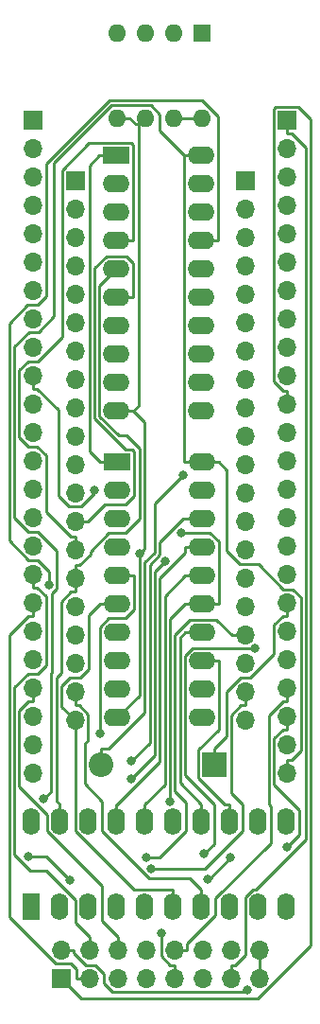
<source format=gbr>
%TF.GenerationSoftware,KiCad,Pcbnew,7.0.1*%
%TF.CreationDate,2023-05-30T14:25:23-07:00*%
%TF.ProjectId,tn_vdp_v1_slim,746e5f76-6470-45f7-9631-5f736c696d2e,rev?*%
%TF.SameCoordinates,Original*%
%TF.FileFunction,Copper,L1,Top*%
%TF.FilePolarity,Positive*%
%FSLAX46Y46*%
G04 Gerber Fmt 4.6, Leading zero omitted, Abs format (unit mm)*
G04 Created by KiCad (PCBNEW 7.0.1) date 2023-05-30 14:25:23*
%MOMM*%
%LPD*%
G01*
G04 APERTURE LIST*
%TA.AperFunction,ComponentPad*%
%ADD10R,2.400000X1.600000*%
%TD*%
%TA.AperFunction,ComponentPad*%
%ADD11O,2.400000X1.600000*%
%TD*%
%TA.AperFunction,ComponentPad*%
%ADD12R,2.200000X2.200000*%
%TD*%
%TA.AperFunction,ComponentPad*%
%ADD13O,2.200000X2.200000*%
%TD*%
%TA.AperFunction,ComponentPad*%
%ADD14R,1.600000X2.400000*%
%TD*%
%TA.AperFunction,ComponentPad*%
%ADD15O,1.600000X2.400000*%
%TD*%
%TA.AperFunction,ComponentPad*%
%ADD16R,1.700000X1.700000*%
%TD*%
%TA.AperFunction,ComponentPad*%
%ADD17O,1.700000X1.700000*%
%TD*%
%TA.AperFunction,ComponentPad*%
%ADD18R,1.600000X1.600000*%
%TD*%
%TA.AperFunction,ComponentPad*%
%ADD19O,1.600000X1.600000*%
%TD*%
%TA.AperFunction,ViaPad*%
%ADD20C,0.800000*%
%TD*%
%TA.AperFunction,Conductor*%
%ADD21C,0.250000*%
%TD*%
G04 APERTURE END LIST*
D10*
%TO.P,U3,1,DIR*%
%TO.N,VDD*%
X157388400Y-53395800D03*
D11*
%TO.P,U3,2,A0*%
%TO.N,~{RESET}*%
X157388400Y-55935800D03*
%TO.P,U3,3,A1*%
%TO.N,~{INT_3V3}*%
X157388400Y-58475800D03*
%TO.P,U3,4,A2*%
%TO.N,~{CSW}*%
X157388400Y-61015800D03*
%TO.P,U3,5,A3*%
%TO.N,~{CSR}*%
X157388400Y-63555800D03*
%TO.P,U3,6,A4*%
%TO.N,MODE*%
X157388400Y-66095800D03*
%TO.P,U3,7,A5*%
%TO.N,CPUCLK_3V3*%
X157388400Y-68635800D03*
%TO.P,U3,8,A6*%
%TO.N,GROMCLK_3V3*%
X157388400Y-71175800D03*
%TO.P,U3,9,A7*%
%TO.N,unconnected-(U3-A7-Pad9)*%
X157388400Y-73715800D03*
%TO.P,U3,10,GND*%
%TO.N,GND*%
X157388400Y-76255800D03*
%TO.P,U3,11,B7*%
%TO.N,unconnected-(U3-B7-Pad11)*%
X165008400Y-76255800D03*
%TO.P,U3,12,B6*%
%TO.N,GROMCLK*%
X165008400Y-73715800D03*
%TO.P,U3,13,B5*%
%TO.N,CPUCLK*%
X165008400Y-71175800D03*
%TO.P,U3,14,B4*%
%TO.N,MODE_3V3*%
X165008400Y-68635800D03*
%TO.P,U3,15,B3*%
%TO.N,~{CSR_3V3}*%
X165008400Y-66095800D03*
%TO.P,U3,16,B2*%
%TO.N,~{CSW_3V3}*%
X165008400Y-63555800D03*
%TO.P,U3,17,B1*%
%TO.N,~{INT}*%
X165008400Y-61015800D03*
%TO.P,U3,18,B0*%
%TO.N,~{RESET_3V3}*%
X165008400Y-58475800D03*
%TO.P,U3,19,~{0E}*%
%TO.N,GND*%
X165008400Y-55935800D03*
%TO.P,U3,20,VCC*%
%TO.N,VCC_3V3*%
X165008400Y-53395800D03*
%TD*%
D12*
%TO.P,D1,1,K*%
%TO.N,VDD*%
X166166800Y-107848400D03*
D13*
%TO.P,D1,2,A*%
%TO.N,VCC*%
X156006800Y-107848400D03*
%TD*%
D10*
%TO.P,U2,1,DIR*%
%TO.N,VDD*%
X157429200Y-80822800D03*
D11*
%TO.P,U2,2,A0*%
%TO.N,CD0*%
X157429200Y-83362800D03*
%TO.P,U2,3,A1*%
%TO.N,CD1*%
X157429200Y-85902800D03*
%TO.P,U2,4,A2*%
%TO.N,CD2*%
X157429200Y-88442800D03*
%TO.P,U2,5,A3*%
%TO.N,CD3*%
X157429200Y-90982800D03*
%TO.P,U2,6,A4*%
%TO.N,CD4*%
X157429200Y-93522800D03*
%TO.P,U2,7,A5*%
%TO.N,CD5*%
X157429200Y-96062800D03*
%TO.P,U2,8,A6*%
%TO.N,CD6*%
X157429200Y-98602800D03*
%TO.P,U2,9,A7*%
%TO.N,CD7*%
X157429200Y-101142800D03*
%TO.P,U2,10,GND*%
%TO.N,GND*%
X157429200Y-103682800D03*
%TO.P,U2,11,B7*%
%TO.N,CD7_3V3*%
X165049200Y-103682800D03*
%TO.P,U2,12,B6*%
%TO.N,CD6_3V3*%
X165049200Y-101142800D03*
%TO.P,U2,13,B5*%
%TO.N,CD5_3V3*%
X165049200Y-98602800D03*
%TO.P,U2,14,B4*%
%TO.N,CD4_3V3*%
X165049200Y-96062800D03*
%TO.P,U2,15,B3*%
%TO.N,CD3_3V3*%
X165049200Y-93522800D03*
%TO.P,U2,16,B2*%
%TO.N,CD2_3V3*%
X165049200Y-90982800D03*
%TO.P,U2,17,B1*%
%TO.N,CD1_3V3*%
X165049200Y-88442800D03*
%TO.P,U2,18,B0*%
%TO.N,CD0_3V3*%
X165049200Y-85902800D03*
%TO.P,U2,19,~{0E}*%
%TO.N,~{CSW}*%
X165049200Y-83362800D03*
%TO.P,U2,20,VCC*%
%TO.N,VCC_3V3*%
X165049200Y-80822800D03*
%TD*%
D14*
%TO.P,U1,1,DIR*%
%TO.N,GND*%
X149763400Y-120589200D03*
D15*
%TO.P,U1,2,A0*%
%TO.N,CD0*%
X152303400Y-120589200D03*
%TO.P,U1,3,A1*%
%TO.N,CD1*%
X154843400Y-120589200D03*
%TO.P,U1,4,A2*%
%TO.N,CD2*%
X157383400Y-120589200D03*
%TO.P,U1,5,A3*%
%TO.N,CD3*%
X159923400Y-120589200D03*
%TO.P,U1,6,A4*%
%TO.N,CD4*%
X162463400Y-120589200D03*
%TO.P,U1,7,A5*%
%TO.N,CD5*%
X165003400Y-120589200D03*
%TO.P,U1,8,A6*%
%TO.N,CD6*%
X167543400Y-120589200D03*
%TO.P,U1,9,A7*%
%TO.N,CD7*%
X170083400Y-120589200D03*
%TO.P,U1,10,GND*%
%TO.N,GND*%
X172623400Y-120589200D03*
%TO.P,U1,11,B7*%
%TO.N,CD7_3V3*%
X172623400Y-112969200D03*
%TO.P,U1,12,B6*%
%TO.N,CD6_3V3*%
X170083400Y-112969200D03*
%TO.P,U1,13,B5*%
%TO.N,CD5_3V3*%
X167543400Y-112969200D03*
%TO.P,U1,14,B4*%
%TO.N,CD4_3V3*%
X165003400Y-112969200D03*
%TO.P,U1,15,B3*%
%TO.N,CD3_3V3*%
X162463400Y-112969200D03*
%TO.P,U1,16,B2*%
%TO.N,CD2_3V3*%
X159923400Y-112969200D03*
%TO.P,U1,17,B1*%
%TO.N,CD1_3V3*%
X157383400Y-112969200D03*
%TO.P,U1,18,B0*%
%TO.N,CD0_3V3*%
X154843400Y-112969200D03*
%TO.P,U1,19,~{0E}*%
%TO.N,~{CSR}*%
X152303400Y-112969200D03*
%TO.P,U1,20,VCC*%
%TO.N,VCC_3V3*%
X149763400Y-112969200D03*
%TD*%
D16*
%TO.P,J3,1,Pin_1*%
%TO.N,MODE_3V3*%
X149877300Y-50200400D03*
D17*
%TO.P,J3,2,Pin_2*%
%TO.N,~{CSW_3V3}*%
X149877300Y-52740400D03*
%TO.P,J3,3,Pin_3*%
%TO.N,~{CSR_3V3}*%
X149877300Y-55280400D03*
%TO.P,J3,4,Pin_4*%
%TO.N,~{INT_3V3}*%
X149877300Y-57820400D03*
%TO.P,J3,5,Pin_5*%
%TO.N,CPUCLK_3V3*%
X149877300Y-60360400D03*
%TO.P,J3,6,Pin_6*%
%TO.N,GROMCLK_3V3*%
X149877300Y-62900400D03*
%TO.P,J3,7,Pin_7*%
%TO.N,~{RESET_3V3}*%
X149877300Y-65440400D03*
%TO.P,J3,8,Pin_8*%
%TO.N,CD0_3V3*%
X149877300Y-67980400D03*
%TO.P,J3,9,Pin_9*%
%TO.N,CD1_3V3*%
X149877300Y-70520400D03*
%TO.P,J3,10,Pin_10*%
%TO.N,CD2_3V3*%
X149877300Y-73060400D03*
%TO.P,J3,11,Pin_11*%
%TO.N,CD3_3V3*%
X149877300Y-75600400D03*
%TO.P,J3,12,Pin_12*%
%TO.N,CD4_3V3*%
X149877300Y-78140400D03*
%TO.P,J3,13,Pin_13*%
%TO.N,CD5_3V3*%
X149877300Y-80680400D03*
%TO.P,J3,14,Pin_14*%
%TO.N,CD6_3V3*%
X149877300Y-83220400D03*
%TO.P,J3,15,Pin_15*%
%TO.N,CD7_3V3*%
X149877300Y-85760400D03*
%TO.P,J3,16,Pin_16*%
%TO.N,VS_3V3*%
X149877300Y-88300400D03*
%TO.P,J3,17,Pin_17*%
%TO.N,R3_3V3*%
X149877300Y-90840400D03*
%TO.P,J3,18,Pin_18*%
%TO.N,R2_3V3*%
X149877300Y-93380400D03*
%TO.P,J3,19,Pin_19*%
%TO.N,G3_3V3*%
X149877300Y-95920400D03*
%TO.P,J3,20,Pin_20*%
%TO.N,G2_3V3*%
X149877300Y-98460400D03*
%TO.P,J3,21,Pin_21*%
%TO.N,G1_3V3*%
X149877300Y-101000400D03*
%TO.P,J3,22,Pin_22*%
%TO.N,G0_3V3*%
X149877300Y-103540400D03*
%TO.P,J3,23,Pin_23*%
%TO.N,unconnected-(J3-Pin_23-Pad23)*%
X149877300Y-106080400D03*
%TO.P,J3,24,Pin_24*%
%TO.N,unconnected-(J3-Pin_24-Pad24)*%
X149877300Y-108620400D03*
%TD*%
D18*
%TO.P,J5,1,Pin_1*%
%TO.N,USR1_1V8*%
X165049200Y-42418000D03*
D19*
%TO.P,J5,2,Pin_2*%
%TO.N,USR2_1V8*%
X162509200Y-42418000D03*
%TO.P,J5,3,Pin_3*%
%TO.N,USR3_1V8*%
X159969200Y-42418000D03*
%TO.P,J5,4,Pin_4*%
%TO.N,USR4_1V8*%
X157429200Y-42418000D03*
%TO.P,J5,5,Pin_5*%
%TO.N,GND*%
X157429200Y-50038000D03*
%TO.P,J5,6,Pin_6*%
X159969200Y-50038000D03*
%TO.P,J5,7,Pin_7*%
X162509200Y-50038000D03*
%TO.P,J5,8,Pin_8*%
X165049200Y-50038000D03*
%TD*%
D16*
%TO.P,J6,1,Pin_1*%
%TO.N,R0_3V3*%
X152400000Y-127000000D03*
D17*
%TO.P,J6,2,Pin_2*%
%TO.N,R1_3V3*%
X152400000Y-124460000D03*
%TO.P,J6,3,Pin_3*%
%TO.N,R2_3V3*%
X154940000Y-127000000D03*
%TO.P,J6,4,Pin_4*%
%TO.N,R3_3V3*%
X154940000Y-124460000D03*
%TO.P,J6,5,Pin_5*%
%TO.N,G0_3V3*%
X157480000Y-127000000D03*
%TO.P,J6,6,Pin_6*%
%TO.N,G1_3V3*%
X157480000Y-124460000D03*
%TO.P,J6,7,Pin_7*%
%TO.N,G2_3V3*%
X160020000Y-127000000D03*
%TO.P,J6,8,Pin_8*%
%TO.N,G3_3V3*%
X160020000Y-124460000D03*
%TO.P,J6,9,Pin_9*%
%TO.N,B0_3V3*%
X162560000Y-127000000D03*
%TO.P,J6,10,Pin_10*%
%TO.N,B1_3V3*%
X162560000Y-124460000D03*
%TO.P,J6,11,Pin_11*%
%TO.N,B2_3V3*%
X165100000Y-127000000D03*
%TO.P,J6,12,Pin_12*%
%TO.N,B3_3V3*%
X165100000Y-124460000D03*
%TO.P,J6,13,Pin_13*%
%TO.N,HS_3V3*%
X167640000Y-127000000D03*
%TO.P,J6,14,Pin_14*%
%TO.N,VS_3V3*%
X167640000Y-124460000D03*
%TO.P,J6,15,Pin_15*%
%TO.N,GND*%
X170180000Y-127000000D03*
%TO.P,J6,16,Pin_16*%
X170180000Y-124460000D03*
%TD*%
D16*
%TO.P,J4,1,Pin_1*%
%TO.N,HS_3V3*%
X172694200Y-50200400D03*
D17*
%TO.P,J4,2,Pin_2*%
%TO.N,USR1_1V8*%
X172694200Y-52740400D03*
%TO.P,J4,3,Pin_3*%
%TO.N,USR2_1V8*%
X172694200Y-55280400D03*
%TO.P,J4,4,Pin_4*%
%TO.N,USR3_1V8*%
X172694200Y-57820400D03*
%TO.P,J4,5,Pin_5*%
%TO.N,USR4_1V8*%
X172694200Y-60360400D03*
%TO.P,J4,6,Pin_6*%
%TO.N,unconnected-(J4-Pin_6-Pad6)*%
X172694200Y-62900400D03*
%TO.P,J4,7,Pin_7*%
%TO.N,unconnected-(J4-Pin_7-Pad7)*%
X172694200Y-65440400D03*
%TO.P,J4,8,Pin_8*%
%TO.N,unconnected-(J4-Pin_8-Pad8)*%
X172694200Y-67980400D03*
%TO.P,J4,9,Pin_9*%
%TO.N,unconnected-(J4-Pin_9-Pad9)*%
X172694200Y-70520400D03*
%TO.P,J4,10,Pin_10*%
%TO.N,R1_3V3*%
X172694200Y-73060400D03*
%TO.P,J4,11,Pin_11*%
%TO.N,R0_3V3*%
X172694200Y-75600400D03*
%TO.P,J4,12,Pin_12*%
%TO.N,unconnected-(J4-Pin_12-Pad12)*%
X172694200Y-78140400D03*
%TO.P,J4,13,Pin_13*%
%TO.N,unconnected-(J4-Pin_13-Pad13)*%
X172694200Y-80680400D03*
%TO.P,J4,14,Pin_14*%
%TO.N,unconnected-(J4-Pin_14-Pad14)*%
X172694200Y-83220400D03*
%TO.P,J4,15,Pin_15*%
%TO.N,unconnected-(J4-Pin_15-Pad15)*%
X172694200Y-85760400D03*
%TO.P,J4,16,Pin_16*%
%TO.N,unconnected-(J4-Pin_16-Pad16)*%
X172694200Y-88300400D03*
%TO.P,J4,17,Pin_17*%
%TO.N,unconnected-(J4-Pin_17-Pad17)*%
X172694200Y-90840400D03*
%TO.P,J4,18,Pin_18*%
%TO.N,VDD*%
X172694200Y-93380400D03*
%TO.P,J4,19,Pin_19*%
%TO.N,B3_3V3*%
X172694200Y-95920400D03*
%TO.P,J4,20,Pin_20*%
%TO.N,B2_3V3*%
X172694200Y-98460400D03*
%TO.P,J4,21,Pin_21*%
%TO.N,B1_3V3*%
X172694200Y-101000400D03*
%TO.P,J4,22,Pin_22*%
%TO.N,B0_3V3*%
X172694200Y-103540400D03*
%TO.P,J4,23,Pin_23*%
%TO.N,GND*%
X172694200Y-106080400D03*
%TO.P,J4,24,Pin_24*%
%TO.N,VCC_3V3*%
X172694200Y-108620400D03*
%TD*%
D16*
%TO.P,J2,1,Pin_1*%
%TO.N,unconnected-(J2-Pin_1-Pad1)*%
X168910000Y-55676800D03*
D17*
%TO.P,J2,2,Pin_2*%
%TO.N,unconnected-(J2-Pin_2-Pad2)*%
X168910000Y-58216800D03*
%TO.P,J2,3,Pin_3*%
%TO.N,CPUCLK*%
X168910000Y-60756800D03*
%TO.P,J2,4,Pin_4*%
%TO.N,GROMCLK*%
X168910000Y-63296800D03*
%TO.P,J2,5,Pin_5*%
%TO.N,COMVID*%
X168910000Y-65836800D03*
%TO.P,J2,6,Pin_6*%
%TO.N,EXTVDP*%
X168910000Y-68376800D03*
%TO.P,J2,7,Pin_7*%
%TO.N,~{RESET}*%
X168910000Y-70916800D03*
%TO.P,J2,8,Pin_8*%
%TO.N,VCC*%
X168910000Y-73456800D03*
%TO.P,J2,9,Pin_9*%
%TO.N,unconnected-(J2-Pin_9-Pad9)*%
X168910000Y-75996800D03*
%TO.P,J2,10,Pin_10*%
%TO.N,unconnected-(J2-Pin_10-Pad10)*%
X168910000Y-78536800D03*
%TO.P,J2,11,Pin_11*%
%TO.N,unconnected-(J2-Pin_11-Pad11)*%
X168910000Y-81076800D03*
%TO.P,J2,12,Pin_12*%
%TO.N,unconnected-(J2-Pin_12-Pad12)*%
X168910000Y-83616800D03*
%TO.P,J2,13,Pin_13*%
%TO.N,unconnected-(J2-Pin_13-Pad13)*%
X168910000Y-86156800D03*
%TO.P,J2,14,Pin_14*%
%TO.N,unconnected-(J2-Pin_14-Pad14)*%
X168910000Y-88696800D03*
%TO.P,J2,15,Pin_15*%
%TO.N,unconnected-(J2-Pin_15-Pad15)*%
X168910000Y-91236800D03*
%TO.P,J2,16,Pin_16*%
%TO.N,unconnected-(J2-Pin_16-Pad16)*%
X168910000Y-93776800D03*
%TO.P,J2,17,Pin_17*%
%TO.N,CD0*%
X168910000Y-96316800D03*
%TO.P,J2,18,Pin_18*%
%TO.N,CD1*%
X168910000Y-98856800D03*
%TO.P,J2,19,Pin_19*%
%TO.N,CD2*%
X168910000Y-101396800D03*
%TO.P,J2,20,Pin_20*%
%TO.N,CD3*%
X168910000Y-103936800D03*
%TD*%
D16*
%TO.P,J1,1,Pin_1*%
%TO.N,unconnected-(J1-Pin_1-Pad1)*%
X153670000Y-55676800D03*
D17*
%TO.P,J1,2,Pin_2*%
%TO.N,unconnected-(J1-Pin_2-Pad2)*%
X153670000Y-58216800D03*
%TO.P,J1,3,Pin_3*%
%TO.N,unconnected-(J1-Pin_3-Pad3)*%
X153670000Y-60756800D03*
%TO.P,J1,4,Pin_4*%
%TO.N,unconnected-(J1-Pin_4-Pad4)*%
X153670000Y-63296800D03*
%TO.P,J1,5,Pin_5*%
%TO.N,unconnected-(J1-Pin_5-Pad5)*%
X153670000Y-65836800D03*
%TO.P,J1,6,Pin_6*%
%TO.N,unconnected-(J1-Pin_6-Pad6)*%
X153670000Y-68376800D03*
%TO.P,J1,7,Pin_7*%
%TO.N,unconnected-(J1-Pin_7-Pad7)*%
X153670000Y-70916800D03*
%TO.P,J1,8,Pin_8*%
%TO.N,unconnected-(J1-Pin_8-Pad8)*%
X153670000Y-73456800D03*
%TO.P,J1,9,Pin_9*%
%TO.N,unconnected-(J1-Pin_9-Pad9)*%
X153670000Y-75996800D03*
%TO.P,J1,10,Pin_10*%
%TO.N,unconnected-(J1-Pin_10-Pad10)*%
X153670000Y-78536800D03*
%TO.P,J1,11,Pin_11*%
%TO.N,unconnected-(J1-Pin_11-Pad11)*%
X153670000Y-81076800D03*
%TO.P,J1,12,Pin_12*%
%TO.N,GND*%
X153670000Y-83616800D03*
%TO.P,J1,13,Pin_13*%
%TO.N,MODE*%
X153670000Y-86156800D03*
%TO.P,J1,14,Pin_14*%
%TO.N,~{CSW}*%
X153670000Y-88696800D03*
%TO.P,J1,15,Pin_15*%
%TO.N,~{CSR}*%
X153670000Y-91236800D03*
%TO.P,J1,16,Pin_16*%
%TO.N,~{INT}*%
X153670000Y-93776800D03*
%TO.P,J1,17,Pin_17*%
%TO.N,CD7*%
X153670000Y-96316800D03*
%TO.P,J1,18,Pin_18*%
%TO.N,CD6*%
X153670000Y-98856800D03*
%TO.P,J1,19,Pin_19*%
%TO.N,CD5*%
X153670000Y-101396800D03*
%TO.P,J1,20,Pin_20*%
%TO.N,CD4*%
X153670000Y-103936800D03*
%TD*%
D20*
%TO.N,VCC_3V3*%
X150851300Y-110970500D03*
%TO.N,GND*%
X159445500Y-89028200D03*
%TO.N,VCC*%
X163363400Y-81971800D03*
%TO.N,B0_3V3*%
X161384900Y-122983500D03*
X167611600Y-116186200D03*
X165550000Y-118109400D03*
X172661900Y-115221200D03*
%TO.N,B3_3V3*%
X165241500Y-115874200D03*
X169807300Y-97492000D03*
%TO.N,CD0_3V3*%
X158728900Y-107558600D03*
%TO.N,CD2_3V3*%
X155374600Y-83328500D03*
%TO.N,CD3_3V3*%
X162173800Y-111154500D03*
X163175800Y-87123000D03*
%TO.N,R1_3V3*%
X169096700Y-128049100D03*
%TO.N,G0_3V3*%
X149444200Y-116099000D03*
X153231500Y-118229700D03*
%TO.N,~{INT}*%
X151317300Y-91836800D03*
%TO.N,CD3*%
X155904100Y-105050400D03*
%TO.N,CD2*%
X160514500Y-117161400D03*
%TO.N,CD1*%
X161763700Y-89657000D03*
X158743900Y-109118400D03*
%TO.N,CD0*%
X160020400Y-116185200D03*
%TD*%
D21*
%TO.N,VCC_3V3*%
X150362700Y-87030400D02*
X149475700Y-87030400D01*
X151493100Y-110328700D02*
X151493100Y-99727000D01*
X151772200Y-67767600D02*
X151772200Y-54036300D01*
X149475700Y-87030400D02*
X148215600Y-85770300D01*
X150851300Y-110970500D02*
X151493100Y-110328700D01*
X151591300Y-92588300D02*
X152042400Y-92137200D01*
X163451400Y-80750100D02*
X163524100Y-80822800D01*
X173061400Y-107445300D02*
X173909600Y-106597100D01*
X172694200Y-108620400D02*
X172694200Y-107445300D01*
X165049200Y-80822800D02*
X163524100Y-80822800D01*
X156897400Y-48911100D02*
X160457600Y-48911100D01*
X172340700Y-92205200D02*
X170102300Y-89966800D01*
X173909600Y-106597100D02*
X173909600Y-92907500D01*
X163451400Y-53395800D02*
X163595900Y-53395800D01*
X161239200Y-51183600D02*
X163451400Y-53395800D01*
X165008400Y-53395800D02*
X163595900Y-53395800D01*
X168478900Y-89966800D02*
X167271300Y-88759200D01*
X163451400Y-53395800D02*
X163451400Y-80750100D01*
X170102300Y-89966800D02*
X168478900Y-89966800D01*
X167271300Y-81519800D02*
X166574300Y-80822800D01*
X161239200Y-49692700D02*
X161239200Y-51183600D01*
X167271300Y-88759200D02*
X167271300Y-81519800D01*
X151493100Y-99727000D02*
X151591300Y-99628800D01*
X149529300Y-69164000D02*
X150375800Y-69164000D01*
X160457600Y-48911100D02*
X161239200Y-49692700D01*
X165049200Y-80822800D02*
X166574300Y-80822800D01*
X173909600Y-92907500D02*
X173207300Y-92205200D01*
X173207300Y-92205200D02*
X172340700Y-92205200D01*
X148215600Y-85770300D02*
X148215600Y-70477700D01*
X151591300Y-99628800D02*
X151591300Y-92588300D01*
X148215600Y-70477700D02*
X149529300Y-69164000D01*
X152042400Y-88710100D02*
X150362700Y-87030400D01*
X152042400Y-92137200D02*
X152042400Y-88710100D01*
X172694200Y-107445300D02*
X173061400Y-107445300D01*
X150375800Y-69164000D02*
X151772200Y-67767600D01*
X151772200Y-54036300D02*
X156897400Y-48911100D01*
%TO.N,GND*%
X170180000Y-127000000D02*
X170180000Y-124460000D01*
X158913500Y-76255800D02*
X159905100Y-77247400D01*
X159390000Y-75779300D02*
X158913500Y-76255800D01*
X159969200Y-50038000D02*
X159969200Y-50600500D01*
X157388400Y-76255800D02*
X158913500Y-76255800D01*
X165049200Y-50038000D02*
X162509200Y-50038000D01*
X159116800Y-50600500D02*
X158554300Y-50038000D01*
X157429200Y-103682800D02*
X159445500Y-101666500D01*
X159390000Y-50600500D02*
X159390000Y-75779300D01*
X159969200Y-50600500D02*
X159390000Y-50600500D01*
X159390000Y-50600500D02*
X159116800Y-50600500D01*
X159905100Y-88568600D02*
X159445500Y-89028200D01*
X157429200Y-50038000D02*
X158554300Y-50038000D01*
X159445500Y-101666500D02*
X159445500Y-89028200D01*
X159905100Y-77247400D02*
X159905100Y-88568600D01*
%TO.N,R2_3V3*%
X149877300Y-93380400D02*
X149877300Y-94555500D01*
X154940000Y-127000000D02*
X153764900Y-127000000D01*
X149512000Y-94555500D02*
X149877300Y-94555500D01*
X153764900Y-126169000D02*
X153250200Y-125654300D01*
X153764900Y-127000000D02*
X153764900Y-126169000D01*
X151905700Y-125654300D02*
X147768600Y-121517200D01*
X147768600Y-121517200D02*
X147768600Y-96298900D01*
X153250200Y-125654300D02*
X151905700Y-125654300D01*
X147768600Y-96298900D02*
X149512000Y-94555500D01*
%TO.N,R3_3V3*%
X151072500Y-92845500D02*
X150242500Y-92015500D01*
X149468100Y-99730400D02*
X150333700Y-99730400D01*
X148218800Y-115922700D02*
X148218800Y-100979700D01*
X154940000Y-123284900D02*
X153718200Y-122063100D01*
X150242500Y-92015500D02*
X149877300Y-92015500D01*
X151103700Y-117365100D02*
X149661200Y-117365100D01*
X149661200Y-117365100D02*
X148218800Y-115922700D01*
X153718200Y-119979600D02*
X151103700Y-117365100D01*
X150333700Y-99730400D02*
X151072500Y-98991600D01*
X153718200Y-122063100D02*
X153718200Y-119979600D01*
X149877300Y-90840400D02*
X149877300Y-92015500D01*
X154940000Y-124460000D02*
X154940000Y-123284900D01*
X148218800Y-100979700D02*
X149468100Y-99730400D01*
X151072500Y-98991600D02*
X151072500Y-92845500D01*
%TO.N,VCC*%
X159923200Y-103201700D02*
X156701600Y-106423300D01*
X156701600Y-106423300D02*
X156006800Y-106423300D01*
X160823500Y-88880100D02*
X159923200Y-89780400D01*
X159923200Y-89780400D02*
X159923200Y-103201700D01*
X156006800Y-107848400D02*
X156006800Y-106423300D01*
X160823500Y-84511700D02*
X160823500Y-88880100D01*
X163363400Y-81971800D02*
X160823500Y-84511700D01*
%TO.N,B0_3V3*%
X161384900Y-125017000D02*
X161384900Y-122983500D01*
X165550000Y-118109400D02*
X165688400Y-118109400D01*
X171514300Y-109679900D02*
X171514300Y-105530100D01*
X172661900Y-115221200D02*
X173769600Y-114113500D01*
X162560000Y-125824900D02*
X162192800Y-125824900D01*
X171514300Y-105530100D02*
X172328900Y-104715500D01*
X173769600Y-114113500D02*
X173769600Y-111935200D01*
X172328900Y-104715500D02*
X172694200Y-104715500D01*
X173769600Y-111935200D02*
X171514300Y-109679900D01*
X165688400Y-118109400D02*
X167611600Y-116186200D01*
X162560000Y-127000000D02*
X162560000Y-125824900D01*
X162192800Y-125824900D02*
X161384900Y-125017000D01*
X172694200Y-103540400D02*
X172694200Y-104715500D01*
%TO.N,B1_3V3*%
X171057500Y-111437400D02*
X171057500Y-103446900D01*
X171208700Y-111588600D02*
X171057500Y-111437400D01*
X172694200Y-101000400D02*
X172694200Y-102175500D01*
X171057500Y-103446900D02*
X172328900Y-102175500D01*
X163735100Y-124460000D02*
X163735100Y-123859100D01*
X172328900Y-102175500D02*
X172694200Y-102175500D01*
X166273400Y-121320800D02*
X166273400Y-119857900D01*
X171208700Y-114922600D02*
X171208700Y-111588600D01*
X162560000Y-124460000D02*
X163735100Y-124460000D01*
X166273400Y-119857900D02*
X171208700Y-114922600D01*
X163735100Y-123859100D02*
X166273400Y-121320800D01*
%TO.N,B3_3V3*%
X163524100Y-98129500D02*
X164215500Y-97438100D01*
X163524100Y-108839800D02*
X163524100Y-98129500D01*
X165875800Y-97438100D02*
X165929700Y-97492000D01*
X166128600Y-114987100D02*
X166128600Y-111444300D01*
X165929700Y-97492000D02*
X169807300Y-97492000D01*
X164215500Y-97438100D02*
X165875800Y-97438100D01*
X166128600Y-111444300D02*
X163524100Y-108839800D01*
X165241500Y-115874200D02*
X166128600Y-114987100D01*
%TO.N,CD0_3V3*%
X163370600Y-85902800D02*
X161273600Y-87999800D01*
X163524100Y-85902800D02*
X163370600Y-85902800D01*
X165049200Y-85902800D02*
X163524100Y-85902800D01*
X161273600Y-89121400D02*
X160373400Y-90021600D01*
X161273600Y-87999800D02*
X161273600Y-89121400D01*
X160373400Y-105914100D02*
X158728900Y-107558600D01*
X160373400Y-90021600D02*
X160373400Y-105914100D01*
%TO.N,CD1_3V3*%
X161273600Y-107614200D02*
X157443700Y-111444100D01*
X165049200Y-88442800D02*
X163524100Y-88442800D01*
X157443700Y-111444100D02*
X157383400Y-111444100D01*
X157383400Y-112969200D02*
X157383400Y-111444100D01*
X163524100Y-88922100D02*
X161273600Y-91172600D01*
X161273600Y-91172600D02*
X161273600Y-107614200D01*
X163524100Y-88442800D02*
X163524100Y-88922100D01*
%TO.N,CD2_3V3*%
X161723700Y-92783200D02*
X161723700Y-109643800D01*
X159923400Y-112969200D02*
X159923400Y-111444100D01*
X153128700Y-84792000D02*
X154174000Y-84792000D01*
X150244500Y-74235500D02*
X152158000Y-76149000D01*
X163524100Y-90982800D02*
X161723700Y-92783200D01*
X165049200Y-90982800D02*
X163524100Y-90982800D01*
X149877300Y-73060400D02*
X149877300Y-74235500D01*
X149877300Y-74235500D02*
X150244500Y-74235500D01*
X152158000Y-83821300D02*
X153128700Y-84792000D01*
X152158000Y-76149000D02*
X152158000Y-83821300D01*
X154174000Y-84792000D02*
X155374600Y-83591400D01*
X161723700Y-109643800D02*
X159923400Y-111444100D01*
X155374600Y-83591400D02*
X155374600Y-83328500D01*
%TO.N,CD3_3V3*%
X165049200Y-93522800D02*
X163524100Y-93522800D01*
X165763300Y-87123000D02*
X163175800Y-87123000D01*
X165066700Y-93522800D02*
X166574300Y-93522800D01*
X162173800Y-94873100D02*
X162173800Y-111154500D01*
X165066700Y-93522800D02*
X165049200Y-93522800D01*
X163524100Y-93522800D02*
X162173800Y-94873100D01*
X166574300Y-87934000D02*
X165763300Y-87123000D01*
X166574300Y-93522800D02*
X166574300Y-87934000D01*
%TO.N,CD4_3V3*%
X165003400Y-112969200D02*
X165003400Y-111444100D01*
X163524100Y-96062800D02*
X163074000Y-96512900D01*
X165049200Y-96062800D02*
X163524100Y-96062800D01*
X163074000Y-109514700D02*
X165003400Y-111444100D01*
X163074000Y-96512900D02*
X163074000Y-109514700D01*
%TO.N,CD5_3V3*%
X167100200Y-111444100D02*
X164741600Y-109085500D01*
X164741600Y-109085500D02*
X164741600Y-106557400D01*
X167543400Y-111444100D02*
X167100200Y-111444100D01*
X164741600Y-106557400D02*
X166574300Y-104724700D01*
X166574300Y-104724700D02*
X166574300Y-98602800D01*
X165049200Y-98602800D02*
X166574300Y-98602800D01*
X167543400Y-112969200D02*
X167543400Y-111444100D01*
%TO.N,HS_3V3*%
X168007300Y-125824900D02*
X168921300Y-124910900D01*
X168921300Y-124910900D02*
X168921300Y-119753200D01*
X172694200Y-50200400D02*
X172694200Y-51375500D01*
X167640000Y-127000000D02*
X167640000Y-125824900D01*
X168921300Y-119753200D02*
X169623000Y-119051500D01*
X173061500Y-51375500D02*
X172694200Y-51375500D01*
X174359800Y-114548800D02*
X174359800Y-52673800D01*
X169857100Y-119051500D02*
X174359800Y-114548800D01*
X169623000Y-119051500D02*
X169857100Y-119051500D01*
X167640000Y-125824900D02*
X168007300Y-125824900D01*
X174359800Y-52673800D02*
X173061500Y-51375500D01*
%TO.N,R0_3V3*%
X172694200Y-75600400D02*
X172694200Y-74425300D01*
X171492500Y-49188400D02*
X171492500Y-73588900D01*
X174810000Y-124038000D02*
X174810000Y-50129500D01*
X170072000Y-128776000D02*
X174810000Y-124038000D01*
X171492500Y-73588900D02*
X172328900Y-74425300D01*
X172328900Y-74425300D02*
X172694200Y-74425300D01*
X171655700Y-49025200D02*
X171492500Y-49188400D01*
X174810000Y-50129500D02*
X173705700Y-49025200D01*
X152400000Y-127000000D02*
X154176000Y-128776000D01*
X154176000Y-128776000D02*
X170072000Y-128776000D01*
X173705700Y-49025200D02*
X171655700Y-49025200D01*
%TO.N,R1_3V3*%
X168911200Y-128234600D02*
X169096700Y-128049100D01*
X156210000Y-126569100D02*
X156210000Y-127472600D01*
X153575100Y-124460000D02*
X153575100Y-124761100D01*
X155465700Y-125824800D02*
X156210000Y-126569100D01*
X152400000Y-124460000D02*
X153575100Y-124460000D01*
X156972000Y-128234600D02*
X168911200Y-128234600D01*
X156210000Y-127472600D02*
X156972000Y-128234600D01*
X154638800Y-125824800D02*
X155465700Y-125824800D01*
X153575100Y-124761100D02*
X154638800Y-125824800D01*
%TO.N,G0_3V3*%
X149444200Y-116099000D02*
X151100800Y-116099000D01*
X151100800Y-116099000D02*
X153231500Y-118229700D01*
%TO.N,G1_3V3*%
X151178200Y-112336000D02*
X151178200Y-113840700D01*
X156084500Y-121889400D02*
X157480000Y-123284900D01*
X151178200Y-113840700D02*
X156084500Y-118747000D01*
X149877300Y-101000400D02*
X149877300Y-102175500D01*
X149512000Y-102175500D02*
X148669000Y-103018500D01*
X148669000Y-103018500D02*
X148669000Y-109826800D01*
X149877300Y-102175500D02*
X149512000Y-102175500D01*
X157480000Y-124460000D02*
X157480000Y-123284900D01*
X148669000Y-109826800D02*
X151178200Y-112336000D01*
X156084500Y-118747000D02*
X156084500Y-121889400D01*
%TO.N,MODE*%
X158170300Y-84632800D02*
X158969300Y-83833800D01*
X158969300Y-79837300D02*
X158807900Y-79675900D01*
X155410300Y-63452300D02*
X156483500Y-62379100D01*
X156369100Y-84632800D02*
X158170300Y-84632800D01*
X158807900Y-79675900D02*
X158161900Y-79675900D01*
X154845100Y-86156800D02*
X156369100Y-84632800D01*
X156483500Y-62379100D02*
X158260200Y-62379100D01*
X158260200Y-62379100D02*
X158913500Y-63032400D01*
X157388400Y-66095800D02*
X158913500Y-66095800D01*
X155410300Y-76924300D02*
X155410300Y-63452300D01*
X158913500Y-63032400D02*
X158913500Y-66095800D01*
X153670000Y-86156800D02*
X154845100Y-86156800D01*
X158969300Y-83833800D02*
X158969300Y-79837300D01*
X158161900Y-79675900D02*
X155410300Y-76924300D01*
%TO.N,~{CSW}*%
X154925800Y-52241000D02*
X158740200Y-52241000D01*
X149457200Y-71790400D02*
X150331400Y-71790400D01*
X149476300Y-79410400D02*
X148667700Y-78601800D01*
X153301300Y-87521700D02*
X151052500Y-85272900D01*
X148667700Y-72579900D02*
X149457200Y-71790400D01*
X151052500Y-80191500D02*
X150271400Y-79410400D01*
X158913500Y-52414300D02*
X158913500Y-61015800D01*
X153670000Y-88696800D02*
X153670000Y-87521700D01*
X151052500Y-85272900D02*
X151052500Y-80191500D01*
X158740200Y-52241000D02*
X158913500Y-52414300D01*
X152486000Y-54680800D02*
X154925800Y-52241000D01*
X153670000Y-87521700D02*
X153301300Y-87521700D01*
X148667700Y-78601800D02*
X148667700Y-72579900D01*
X150271400Y-79410400D02*
X149476300Y-79410400D01*
X157388400Y-61015800D02*
X158913500Y-61015800D01*
X150331400Y-71790400D02*
X152486000Y-69635800D01*
X152486000Y-69635800D02*
X152486000Y-54680800D01*
%TO.N,~{CSR}*%
X152303400Y-112969200D02*
X152303400Y-111444100D01*
X157588600Y-78449900D02*
X158275300Y-78449900D01*
X159453700Y-79628300D02*
X159453700Y-85908000D01*
X157388400Y-63555800D02*
X155860500Y-65083700D01*
X152303400Y-111444100D02*
X151985100Y-111125800D01*
X152435100Y-99646800D02*
X152435100Y-93281500D01*
X155860500Y-76721800D02*
X157588600Y-78449900D01*
X154050000Y-90061700D02*
X153670000Y-90061700D01*
X155034800Y-88836200D02*
X155034800Y-89076900D01*
X151985100Y-111125800D02*
X151985100Y-100096800D01*
X152435100Y-93281500D02*
X153304700Y-92411900D01*
X155034800Y-89076900D02*
X154050000Y-90061700D01*
X158188900Y-87172800D02*
X156698200Y-87172800D01*
X151985100Y-100096800D02*
X152435100Y-99646800D01*
X153670000Y-91236800D02*
X153670000Y-92411900D01*
X159453700Y-85908000D02*
X158188900Y-87172800D01*
X158275300Y-78449900D02*
X159453700Y-79628300D01*
X153304700Y-92411900D02*
X153670000Y-92411900D01*
X155860500Y-65083700D02*
X155860500Y-76721800D01*
X153670000Y-91236800D02*
X153670000Y-90061700D01*
X156698200Y-87172800D02*
X155034800Y-88836200D01*
%TO.N,~{INT}*%
X151317300Y-90582700D02*
X150305000Y-89570400D01*
X147743000Y-87831200D02*
X147743000Y-68393200D01*
X150305000Y-89570400D02*
X149482200Y-89570400D01*
X150340900Y-66710400D02*
X151052500Y-65998800D01*
X149425800Y-66710400D02*
X150340900Y-66710400D01*
X151052500Y-65998800D02*
X151052500Y-54106200D01*
X165087700Y-48443300D02*
X166533500Y-49889100D01*
X151052500Y-54106200D02*
X156715400Y-48443300D01*
X147743000Y-68393200D02*
X149425800Y-66710400D01*
X165008400Y-61015800D02*
X166533500Y-61015800D01*
X166533500Y-49889100D02*
X166533500Y-61015800D01*
X156715400Y-48443300D02*
X165087700Y-48443300D01*
X151317300Y-91836800D02*
X151317300Y-90582700D01*
X149482200Y-89570400D02*
X147743000Y-87831200D01*
%TO.N,CD5*%
X154037200Y-102571900D02*
X153670000Y-102571900D01*
X156113400Y-113851200D02*
X156113400Y-111171000D01*
X154554500Y-106001100D02*
X154846600Y-105709000D01*
X154846600Y-105709000D02*
X154846600Y-103381300D01*
X160313700Y-118051500D02*
X156113400Y-113851200D01*
X153670000Y-101396800D02*
X153670000Y-102571900D01*
X163990800Y-118051500D02*
X160313700Y-118051500D01*
X154846600Y-103381300D02*
X154037200Y-102571900D01*
X165003400Y-119064100D02*
X163990800Y-118051500D01*
X154554500Y-109612100D02*
X154554500Y-106001100D01*
X165003400Y-120589200D02*
X165003400Y-119064100D01*
X156113400Y-111171000D02*
X154554500Y-109612100D01*
%TO.N,CD4*%
X162463400Y-120589200D02*
X162463400Y-119064100D01*
X162463400Y-119064100D02*
X158919200Y-119064100D01*
X157429200Y-93522800D02*
X155904100Y-93522800D01*
X158919200Y-119064100D02*
X153670000Y-113814900D01*
X152435300Y-102702100D02*
X153670000Y-103936800D01*
X152435300Y-100892200D02*
X152435300Y-102702100D01*
X154924500Y-94502400D02*
X154924500Y-99328000D01*
X154924500Y-99328000D02*
X154125700Y-100126800D01*
X153670000Y-113814900D02*
X153670000Y-103936800D01*
X153200700Y-100126800D02*
X152435300Y-100892200D01*
X154125700Y-100126800D02*
X153200700Y-100126800D01*
X155904100Y-93522800D02*
X154924500Y-94502400D01*
%TO.N,CD3*%
X158157900Y-94792800D02*
X156705200Y-94792800D01*
X157429200Y-90982800D02*
X158954300Y-90982800D01*
X158954300Y-90982800D02*
X158954300Y-93996400D01*
X156705200Y-94792800D02*
X155904100Y-95593900D01*
X155904100Y-95593900D02*
X155904100Y-105050400D01*
X158954300Y-93996400D02*
X158157900Y-94792800D01*
%TO.N,CD2*%
X168910000Y-102571900D02*
X168556100Y-102571900D01*
X168556100Y-102571900D02*
X167684400Y-103443600D01*
X168679500Y-113827200D02*
X165345300Y-117161400D01*
X165345300Y-117161400D02*
X160514500Y-117161400D01*
X167684400Y-110460100D02*
X168679500Y-111455200D01*
X167684400Y-103443600D02*
X167684400Y-110460100D01*
X168910000Y-101396800D02*
X168910000Y-102571900D01*
X168679500Y-111455200D02*
X168679500Y-113827200D01*
%TO.N,CD1*%
X161763700Y-89657000D02*
X160823500Y-90597200D01*
X160823500Y-90597200D02*
X160823500Y-107038800D01*
X160823500Y-107038800D02*
X158743900Y-109118400D01*
%TO.N,CD0*%
X163965400Y-94924800D02*
X162623900Y-96266300D01*
X162623900Y-96266300D02*
X162623900Y-110273600D01*
X163633800Y-111283500D02*
X163633800Y-113797600D01*
X161246200Y-116185200D02*
X160020400Y-116185200D01*
X162623900Y-110273600D02*
X163633800Y-111283500D01*
X168910000Y-96316800D02*
X167734900Y-96316800D01*
X167734900Y-96316800D02*
X166342900Y-94924800D01*
X163633800Y-113797600D02*
X161246200Y-116185200D01*
X166342900Y-94924800D02*
X163965400Y-94924800D01*
%TO.N,VDD*%
X169329100Y-100126800D02*
X168504900Y-100126800D01*
X172694200Y-94555500D02*
X172326900Y-94555500D01*
X157388400Y-53395800D02*
X155863300Y-53395800D01*
X167234200Y-105355900D02*
X166166800Y-106423300D01*
X154960200Y-54298900D02*
X154960200Y-79878900D01*
X171519100Y-95363300D02*
X171519100Y-97936800D01*
X172694200Y-93380400D02*
X172694200Y-94555500D01*
X166166800Y-107848400D02*
X166166800Y-106423300D01*
X171519100Y-97936800D02*
X169329100Y-100126800D01*
X172326900Y-94555500D02*
X171519100Y-95363300D01*
X154960200Y-79878900D02*
X155904100Y-80822800D01*
X157429200Y-80822800D02*
X155904100Y-80822800D01*
X167234200Y-101397500D02*
X167234200Y-105355900D01*
X168504900Y-100126800D02*
X167234200Y-101397500D01*
X155863300Y-53395800D02*
X154960200Y-54298900D01*
%TD*%
M02*

</source>
